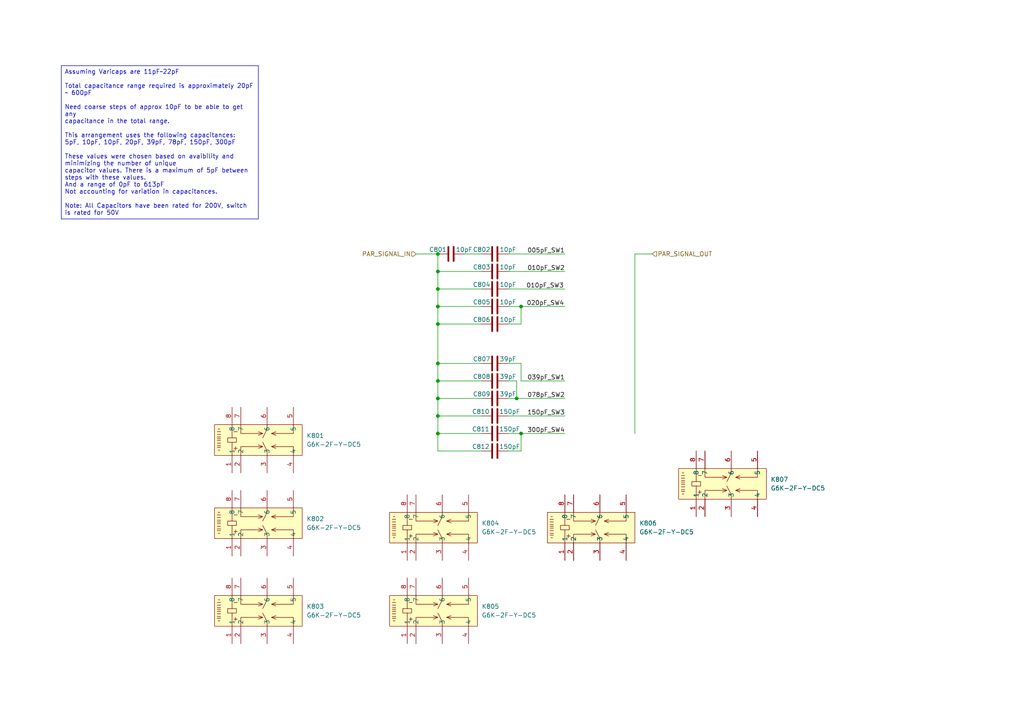
<source format=kicad_sch>
(kicad_sch (version 20250114) (generator "eeschema") (generator_version "9.0")
  (paper "A4")
  (title_block (rev "0") (company "Integrated BioElectronics Laboratory @ NYU Abu Dhabi") (comment 1 "Schematic developed by Hamza Anver"))
  (lib_symbols
    (symbol "Device:C" (pin_numbers (hide yes)) (pin_names (offset 0.254))
      (property "Reference" "C" (at 0.635 2.54 0))
      (property "Value" "C" (at 0.635 -2.54 0))
      (symbol "C_0_1"
        (polyline (pts (xy -2.032 0.762) (xy 2.032 0.762)) (stroke (width 0.508)))
        (polyline (pts (xy -2.032 -0.762) (xy 2.032 -0.762)) (stroke (width 0.508)))
      )
      (symbol "C_1_1"
        (pin passive line (at 0 3.81 270) (length 2.794) (name "~") (number "1"))
        (pin passive line (at 0 -3.81 90) (length 2.794) (name "~") (number "2"))
      )
    )
    (symbol "easyeda2kicad:G6K-2F-Y-DC5"
      (property "Reference" "K" (at 0 15.24 0))
      (property "Value" "G6K-2F-Y-DC5" (at 0 -13.97 0))
      (symbol "G6K-2F-Y-DC5_0_1"
        (rectangle (start -12.7 5.08) (end 12.7 -3.81) (fill (type background)))
        (polyline (pts (xy -11.94 3.05) (xy -10.92 3.05)))
        (polyline (pts (xy -11.94 2.29) (xy -10.92 2.29)))
        (polyline (pts (xy -11.94 1.52) (xy -10.92 1.52)))
        (polyline (pts (xy -11.94 1.02) (xy -10.92 1.02)))
        (polyline (pts (xy -11.94 0.51) (xy -10.92 0.51)))
        (polyline (pts (xy -11.94 -0.25) (xy -10.92 -0.25)))
        (polyline (pts (xy -11.94 -1.02) (xy -10.92 -1.02)))
        (polyline (pts (xy -11.94 -1.52) (xy -10.92 -1.52)))
        (polyline (pts (xy -11.68 3.81) (xy -11.18 3.81)))
        (polyline (pts (xy -11.68 -2.29) (xy -11.18 -2.29)))
        (rectangle (start -8.89 1.27) (end -6.35 0) (fill (type background)))
        (polyline (pts (xy -7.62 5.08) (xy -7.62 1.27)))
        (polyline (pts (xy -7.62 0) (xy -7.62 -3.81)))
        (polyline (pts (xy -7.11 3.05) (xy -6.1 3.05)))
        (polyline (pts (xy -7.11 -1.78) (xy -6.1 -1.78)))
        (polyline (pts (xy -6.6 -2.29) (xy -6.6 -1.27)))
        (polyline (pts (xy -5.08 5.08) (xy -5.08 2.54) (xy 1.27 2.54) (xy 0 3.05)))
        (polyline (pts (xy -5.08 -3.81) (xy -5.08 -1.27) (xy 1.27 -1.27) (xy 0 -0.76)))
        (polyline (pts (xy 1.27 2.54) (xy 0 2.03)))
        (polyline (pts (xy 1.27 1.27) (xy 2.54 3.81) (xy 2.54 5.08)))
        (polyline (pts (xy 1.27 0) (xy 2.54 -2.54) (xy 2.54 -3.81)))
        (polyline (pts (xy 1.27 -1.27) (xy 0 -1.78)))
        (polyline (pts (xy 3.81 2.54) (xy 5.08 3.05)))
        (polyline (pts (xy 3.81 -1.27) (xy 5.08 -0.76)))
        (polyline (pts (xy 10.16 5.08) (xy 10.16 2.54) (xy 3.81 2.54) (xy 5.08 2.03)))
        (polyline (pts (xy 10.16 -3.81) (xy 10.16 -1.27) (xy 3.81 -1.27) (xy 5.08 -1.78)))
        (pin unspecified line (at -7.62 10.16 270) (length 5.08) (name "8") (number "8"))
        (pin unspecified line (at -7.62 -8.89 90) (length 5.08) (name "1") (number "1"))
        (pin unspecified line (at -5.08 10.16 270) (length 5.08) (name "7") (number "7"))
        (pin unspecified line (at -5.08 -8.89 90) (length 5.08) (name "2") (number "2"))
        (pin unspecified line (at 2.54 10.16 270) (length 5.08) (name "6") (number "6"))
        (pin unspecified line (at 2.54 -8.89 90) (length 5.08) (name "3") (number "3"))
        (pin unspecified line (at 10.16 10.16 270) (length 5.08) (name "5") (number "5"))
        (pin unspecified line (at 10.16 -8.89 90) (length 5.08) (name "4") (number "4"))
      )
    )
  )
  (text_box "Assuming Varicaps are 11pF~22pF\n\nTotal capacitance range required is approximately 20pF ~ 600pF\n\nNeed coarse steps of approx 10pF to be able to get any\ncapacitance in the total range.\n\nThis arrangement uses the following capacitances:\n5pF, 10pF, 10pF, 20pF, 39pF, 78pF, 150pF, 300pF\n\nThese values were chosen based on avaibility and minimizing the number of unique\ncapacitor values. There is a maximum of 5pF between steps with these values.\nAnd a range of 0pF to 613pF\nNot accounting for variation in capacitances.\n\nNote: All Capacitors have been rated for 200V, switch is rated for 50V" (at 17.78 19.05 0) (size 57.15 44.45) (margins 0.9525 0.9525 0.9525 0.9525) (effects (font (size 1.27 1.27)) (justify left top)))
  (junction (at 149.86 115.57))
  (junction (at 127 105.41))
  (junction (at 127 83.82))
  (junction (at 127 125.73))
  (junction (at 127 120.65))
  (junction (at 127 78.74))
  (junction (at 127 93.98))
  (junction (at 151.13 125.73))
  (junction (at 127 88.9))
  (junction (at 127 115.57))
  (junction (at 127 73.66))
  (junction (at 127 110.49))
  (junction (at 151.13 88.9))
  (wire (pts (xy 120.65 73.66) (xy 127 73.66)))
  (wire (pts (xy 147.32 115.57) (xy 149.86 115.57)))
  (wire (pts (xy 147.32 88.9) (xy 151.13 88.9)))
  (wire (pts (xy 147.32 130.81) (xy 151.13 130.81)))
  (wire (pts (xy 139.7 110.49) (xy 127 110.49)))
  (wire (pts (xy 127 120.65) (xy 127 115.57)))
  (wire (pts (xy 151.13 130.81) (xy 151.13 125.73)))
  (wire (pts (xy 139.7 120.65) (xy 127 120.65)))
  (wire (pts (xy 151.13 93.98) (xy 151.13 88.9)))
  (wire (pts (xy 127 125.73) (xy 127 120.65)))
  (wire (pts (xy 184.15 73.66) (xy 189.23 73.66)))
  (wire (pts (xy 151.13 105.41) (xy 151.13 110.49)))
  (wire (pts (xy 139.7 88.9) (xy 127 88.9)))
  (wire (pts (xy 139.7 115.57) (xy 127 115.57)))
  (wire (pts (xy 139.7 83.82) (xy 127 83.82)))
  (wire (pts (xy 127 110.49) (xy 127 105.41)))
  (wire (pts (xy 127 105.41) (xy 127 93.98)))
  (wire (pts (xy 147.32 78.74) (xy 163.83 78.74)))
  (wire (pts (xy 147.32 83.82) (xy 163.83 83.82)))
  (wire (pts (xy 149.86 115.57) (xy 163.83 115.57)))
  (wire (pts (xy 139.7 130.81) (xy 127 130.81)))
  (wire (pts (xy 147.32 125.73) (xy 151.13 125.73)))
  (wire (pts (xy 139.7 105.41) (xy 127 105.41)))
  (wire (pts (xy 151.13 110.49) (xy 163.83 110.49)))
  (wire (pts (xy 139.7 125.73) (xy 127 125.73)))
  (wire (pts (xy 134.62 73.66) (xy 139.7 73.66)))
  (wire (pts (xy 147.32 105.41) (xy 151.13 105.41)))
  (wire (pts (xy 127 115.57) (xy 127 110.49)))
  (wire (pts (xy 127 130.81) (xy 127 125.73)))
  (wire (pts (xy 127 93.98) (xy 127 88.9)))
  (wire (pts (xy 184.15 73.66) (xy 184.15 125.73)))
  (wire (pts (xy 163.83 88.9) (xy 151.13 88.9)))
  (wire (pts (xy 127 83.82) (xy 127 78.74)))
  (wire (pts (xy 147.32 120.65) (xy 163.83 120.65)))
  (wire (pts (xy 127 88.9) (xy 127 83.82)))
  (wire (pts (xy 147.32 93.98) (xy 151.13 93.98)))
  (wire (pts (xy 163.83 125.73) (xy 151.13 125.73)))
  (wire (pts (xy 147.32 110.49) (xy 149.86 110.49)))
  (wire (pts (xy 127 78.74) (xy 127 73.66)))
  (wire (pts (xy 139.7 93.98) (xy 127 93.98)))
  (wire (pts (xy 139.7 78.74) (xy 127 78.74)))
  (wire (pts (xy 147.32 73.66) (xy 163.83 73.66)))
  (wire (pts (xy 149.86 110.49) (xy 149.86 115.57)))
  (label "010pF_SW3" (at 163.5385 83.82 180))
  (label "078pF_SW2" (at 163.83 115.57 180))
  (label "039pF_SW1" (at 163.83 110.49 180))
  (label "150pF_SW3" (at 163.83 120.65 180))
  (label "005pF_SW1" (at 163.83 73.66 180))
  (label "010pF_SW2" (at 163.83 78.74 180))
  (label "020pF_SW4" (at 163.6409 88.9 180))
  (label "300pF_SW4" (at 163.83 125.73 180))
  (hierarchical_label "PAR_SIGNAL_IN" (shape input) (at 120.65 73.66 180))
  (hierarchical_label "PAR_SIGNAL_OUT" (shape input) (at 189.23 73.66 0))
  (symbol (lib_id "Device:C") (at 143.51 73.66 90) (unit 1)
    (property "Reference" "C802" (at 139.7 72.39 90))
    (property "Value" "10pF" (at 147.32 72.39 90))
    (property "Footprint" "Capacitor_SMD:C_0603_1608Metric_Pad1.08x0.95mm_HandSolder" (effects (hide yes)))
    (property "Datasheet" "https://www.lcsc.com/product-detail/Multilayer-Ceramic-Capacitors-MLCC-SMD-SMT_FH-Guangdong-Fenghua-Advanced-Tech-0603CG100J201NT_C63673.html" (effects (hide yes)))
    (property "Description" "200V 10pF C0G ±5% 0603 Multilayer Ceramic Capacitors MLCC - SMD/SMT ROHS" (effects (hide yes)))
    (property "LCSC" "C63673" (effects (hide yes)))
    (property "MPN" "0603CG100J201NT" (effects (hide yes)))
  )
  (symbol (lib_id "easyeda2kicad:G6K-2F-Y-DC5") (at 125.73 177.8 0) (unit 1)
    (property "Reference" "K805" (at 139.7 175.8949 0) (effects (justify left)))
    (property "Value" "G6K-2F-Y-DC5" (at 139.7 178.4349 0) (effects (justify left)))
    (property "Footprint" "easyeda2kicad:RELAY-SMD_G6K-2F-X-XX" (effects (hide yes)))
    (property "Datasheet" "https://lcsc.com/product-detail/Relays_OMRON_G6K-2F-Y-DC5_G6K-2F-Y-DC5_C47190.html" (effects (hide yes)))
    (property "LCSC Part" "C47190" (effects (hide yes)))
  )
  (symbol (lib_id "Device:C") (at 143.51 78.74 90) (unit 1)
    (property "Reference" "C803" (at 139.7 77.47 90))
    (property "Value" "10pF" (at 147.32 77.47 90))
    (property "Footprint" "Capacitor_SMD:C_0603_1608Metric_Pad1.08x0.95mm_HandSolder" (effects (hide yes)))
    (property "Datasheet" "https://www.lcsc.com/product-detail/Multilayer-Ceramic-Capacitors-MLCC-SMD-SMT_FH-Guangdong-Fenghua-Advanced-Tech-0603CG100J201NT_C63673.html" (effects (hide yes)))
    (property "Description" "200V 10pF C0G ±5% 0603 Multilayer Ceramic Capacitors MLCC - SMD/SMT ROHS" (effects (hide yes)))
    (property "LCSC" "C63673" (effects (hide yes)))
    (property "MPN" "0603CG100J201NT" (effects (hide yes)))
  )
  (symbol (lib_id "easyeda2kicad:G6K-2F-Y-DC5") (at 209.55 140.97 0) (unit 1)
    (property "Reference" "K807" (at 223.52 139.0649 0) (effects (justify left)))
    (property "Value" "G6K-2F-Y-DC5" (at 223.52 141.6049 0) (effects (justify left)))
    (property "Footprint" "easyeda2kicad:RELAY-SMD_G6K-2F-X-XX" (effects (hide yes)))
    (property "Datasheet" "https://lcsc.com/product-detail/Relays_OMRON_G6K-2F-Y-DC5_G6K-2F-Y-DC5_C47190.html" (effects (hide yes)))
    (property "LCSC Part" "C47190" (effects (hide yes)))
  )
  (symbol (lib_id "easyeda2kicad:G6K-2F-Y-DC5") (at 74.93 152.4 0) (unit 1)
    (property "Reference" "K802" (at 88.9 150.4949 0) (effects (justify left)))
    (property "Value" "G6K-2F-Y-DC5" (at 88.9 153.0349 0) (effects (justify left)))
    (property "Footprint" "easyeda2kicad:RELAY-SMD_G6K-2F-X-XX" (effects (hide yes)))
    (property "Datasheet" "https://lcsc.com/product-detail/Relays_OMRON_G6K-2F-Y-DC5_G6K-2F-Y-DC5_C47190.html" (effects (hide yes)))
    (property "LCSC Part" "C47190" (effects (hide yes)))
  )
  (symbol (lib_id "Device:C") (at 143.51 110.49 90) (unit 1)
    (property "Reference" "C808" (at 139.7 109.22 90))
    (property "Value" "39pF" (at 147.32 109.22 90))
    (property "Footprint" "Capacitor_SMD:C_0603_1608Metric_Pad1.08x0.95mm_HandSolder" (effects (hide yes)))
    (property "Datasheet" "https://www.lcsc.com/product-detail/Multilayer-Ceramic-Capacitors-MLCC-SMD-SMT_FH-Guangdong-Fenghua-Advanced-Tech-0603CG390J201NT_C63687.html" (effects (hide yes)))
    (property "Description" "200V 39pF C0G ±5% 0603 Multilayer Ceramic Capacitors MLCC - SMD/SMT ROHS" (effects (hide yes)))
    (property "LCSC" "C63687" (effects (hide yes)))
    (property "MPN" "0603CG390J201NT" (effects (hide yes)))
  )
  (symbol (lib_id "Device:C") (at 143.51 105.41 90) (unit 1)
    (property "Reference" "C807" (at 139.7 104.14 90))
    (property "Value" "39pF" (at 147.32 104.14 90))
    (property "Footprint" "Capacitor_SMD:C_0603_1608Metric_Pad1.08x0.95mm_HandSolder" (effects (hide yes)))
    (property "Datasheet" "https://www.lcsc.com/product-detail/Multilayer-Ceramic-Capacitors-MLCC-SMD-SMT_FH-Guangdong-Fenghua-Advanced-Tech-0603CG390J201NT_C63687.html" (effects (hide yes)))
    (property "Description" "200V 39pF C0G ±5% 0603 Multilayer Ceramic Capacitors MLCC - SMD/SMT ROHS" (effects (hide yes)))
    (property "LCSC" "C63687" (effects (hide yes)))
    (property "MPN" "0603CG390J201NT" (effects (hide yes)))
  )
  (symbol (lib_id "Device:C") (at 143.51 115.57 90) (unit 1)
    (property "Reference" "C809" (at 139.7 114.3 90))
    (property "Value" "39pF" (at 147.32 114.3 90))
    (property "Footprint" "Capacitor_SMD:C_0603_1608Metric_Pad1.08x0.95mm_HandSolder" (effects (hide yes)))
    (property "Datasheet" "https://www.lcsc.com/product-detail/Multilayer-Ceramic-Capacitors-MLCC-SMD-SMT_FH-Guangdong-Fenghua-Advanced-Tech-0603CG390J201NT_C63687.html" (effects (hide yes)))
    (property "Description" "200V 39pF C0G ±5% 0603 Multilayer Ceramic Capacitors MLCC - SMD/SMT ROHS" (effects (hide yes)))
    (property "LCSC" "C63687" (effects (hide yes)))
    (property "MPN" "0603CG390J201NT" (effects (hide yes)))
  )
  (symbol (lib_id "easyeda2kicad:G6K-2F-Y-DC5") (at 74.93 177.8 0) (unit 1)
    (property "Reference" "K803" (at 88.9 175.8949 0) (effects (justify left)))
    (property "Value" "G6K-2F-Y-DC5" (at 88.9 178.4349 0) (effects (justify left)))
    (property "Footprint" "easyeda2kicad:RELAY-SMD_G6K-2F-X-XX" (effects (hide yes)))
    (property "Datasheet" "https://lcsc.com/product-detail/Relays_OMRON_G6K-2F-Y-DC5_G6K-2F-Y-DC5_C47190.html" (effects (hide yes)))
    (property "LCSC Part" "C47190" (effects (hide yes)))
  )
  (symbol (lib_id "easyeda2kicad:G6K-2F-Y-DC5") (at 74.93 128.27 0) (unit 1)
    (property "Reference" "K801" (at 88.9 126.3649 0) (effects (justify left)))
    (property "Value" "G6K-2F-Y-DC5" (at 88.9 128.9049 0) (effects (justify left)))
    (property "Footprint" "easyeda2kicad:RELAY-SMD_G6K-2F-X-XX" (effects (hide yes)))
    (property "Datasheet" "https://lcsc.com/product-detail/Relays_OMRON_G6K-2F-Y-DC5_G6K-2F-Y-DC5_C47190.html" (effects (hide yes)))
    (property "LCSC Part" "C47190" (effects (hide yes)))
  )
  (symbol (lib_id "Device:C") (at 143.51 88.9 90) (unit 1)
    (property "Reference" "C805" (at 139.7 87.63 90))
    (property "Value" "10pF" (at 147.32 87.63 90))
    (property "Footprint" "Capacitor_SMD:C_0603_1608Metric_Pad1.08x0.95mm_HandSolder" (effects (hide yes)))
    (property "Datasheet" "https://www.lcsc.com/product-detail/Multilayer-Ceramic-Capacitors-MLCC-SMD-SMT_FH-Guangdong-Fenghua-Advanced-Tech-0603CG100J201NT_C63673.html" (effects (hide yes)))
    (property "Description" "200V 10pF C0G ±5% 0603 Multilayer Ceramic Capacitors MLCC - SMD/SMT ROHS" (effects (hide yes)))
    (property "LCSC" "C63673" (effects (hide yes)))
    (property "MPN" "0603CG100J201NT" (effects (hide yes)))
  )
  (symbol (lib_id "Device:C") (at 143.51 120.65 90) (unit 1)
    (property "Reference" "C810" (at 139.446 119.38 90))
    (property "Value" "150pF" (at 147.828 119.38 90))
    (property "Footprint" "Capacitor_SMD:C_0603_1608Metric_Pad1.08x0.95mm_HandSolder" (effects (hide yes)))
    (property "Datasheet" "https://www.lcsc.com/product-detail/Multilayer-Ceramic-Capacitors-MLCC-SMD-SMT_FH-Guangdong-Fenghua-Advanced-Tech-0603CG151J201NT_C63701.html" (effects (hide yes)))
    (property "Description" "200V 150pF C0G ±5% 0603 Multilayer Ceramic Capacitors MLCC - SMD/SMT ROHS" (effects (hide yes)))
    (property "LCSC" "C63701" (effects (hide yes)))
    (property "MPN" "0603CG151J201NT" (effects (hide yes)))
  )
  (symbol (lib_id "Device:C") (at 143.51 125.73 90) (unit 1)
    (property "Reference" "C811" (at 139.446 124.46 90))
    (property "Value" "150pF" (at 147.828 124.46 90))
    (property "Footprint" "Capacitor_SMD:C_0603_1608Metric_Pad1.08x0.95mm_HandSolder" (effects (hide yes)))
    (property "Datasheet" "https://www.lcsc.com/product-detail/Multilayer-Ceramic-Capacitors-MLCC-SMD-SMT_FH-Guangdong-Fenghua-Advanced-Tech-0603CG151J201NT_C63701.html" (effects (hide yes)))
    (property "Description" "200V 150pF C0G ±5% 0603 Multilayer Ceramic Capacitors MLCC - SMD/SMT ROHS" (effects (hide yes)))
    (property "LCSC" "C63701" (effects (hide yes)))
    (property "MPN" "0603CG151J201NT" (effects (hide yes)))
  )
  (symbol (lib_id "Device:C") (at 143.51 130.81 90) (unit 1)
    (property "Reference" "C812" (at 139.446 129.54 90))
    (property "Value" "150pF" (at 147.828 129.54 90))
    (property "Footprint" "Capacitor_SMD:C_0603_1608Metric_Pad1.08x0.95mm_HandSolder" (effects (hide yes)))
    (property "Datasheet" "https://www.lcsc.com/product-detail/Multilayer-Ceramic-Capacitors-MLCC-SMD-SMT_FH-Guangdong-Fenghua-Advanced-Tech-0603CG151J201NT_C63701.html" (effects (hide yes)))
    (property "Description" "200V 150pF C0G ±5% 0603 Multilayer Ceramic Capacitors MLCC - SMD/SMT ROHS" (effects (hide yes)))
    (property "LCSC" "C63701" (effects (hide yes)))
    (property "MPN" "0603CG151J201NT" (effects (hide yes)))
  )
  (symbol (lib_id "Device:C") (at 130.81 73.66 90) (unit 1)
    (property "Reference" "C801" (at 127 72.39 90))
    (property "Value" "10pF" (at 134.62 72.39 90))
    (property "Footprint" "Capacitor_SMD:C_0603_1608Metric_Pad1.08x0.95mm_HandSolder" (effects (hide yes)))
    (property "Datasheet" "https://www.lcsc.com/product-detail/Multilayer-Ceramic-Capacitors-MLCC-SMD-SMT_FH-Guangdong-Fenghua-Advanced-Tech-0603CG100J201NT_C63673.html" (effects (hide yes)))
    (property "Description" "200V 10pF C0G ±5% 0603 Multilayer Ceramic Capacitors MLCC - SMD/SMT ROHS" (effects (hide yes)))
    (property "LCSC" "C63673" (effects (hide yes)))
    (property "MPN" "0603CG100J201NT" (effects (hide yes)))
  )
  (symbol (lib_id "Device:C") (at 143.51 93.98 90) (unit 1)
    (property "Reference" "C806" (at 139.7 92.71 90))
    (property "Value" "10pF" (at 147.32 92.71 90))
    (property "Footprint" "Capacitor_SMD:C_0603_1608Metric_Pad1.08x0.95mm_HandSolder" (effects (hide yes)))
    (property "Datasheet" "https://www.lcsc.com/product-detail/Multilayer-Ceramic-Capacitors-MLCC-SMD-SMT_FH-Guangdong-Fenghua-Advanced-Tech-0603CG100J201NT_C63673.html" (effects (hide yes)))
    (property "Description" "200V 10pF C0G ±5% 0603 Multilayer Ceramic Capacitors MLCC - SMD/SMT ROHS" (effects (hide yes)))
    (property "LCSC" "C63673" (effects (hide yes)))
    (property "MPN" "0603CG100J201NT" (effects (hide yes)))
  )
  (symbol (lib_id "Device:C") (at 143.51 83.82 90) (unit 1)
    (property "Reference" "C804" (at 139.7 82.55 90))
    (property "Value" "10pF" (at 147.32 82.55 90))
    (property "Footprint" "Capacitor_SMD:C_0603_1608Metric_Pad1.08x0.95mm_HandSolder" (effects (hide yes)))
    (property "Datasheet" "https://www.lcsc.com/product-detail/Multilayer-Ceramic-Capacitors-MLCC-SMD-SMT_FH-Guangdong-Fenghua-Advanced-Tech-0603CG100J201NT_C63673.html" (effects (hide yes)))
    (property "Description" "200V 10pF C0G ±5% 0603 Multilayer Ceramic Capacitors MLCC - SMD/SMT ROHS" (effects (hide yes)))
    (property "LCSC" "C63673" (effects (hide yes)))
    (property "MPN" "0603CG100J201NT" (effects (hide yes)))
  )
  (symbol (lib_id "easyeda2kicad:G6K-2F-Y-DC5") (at 125.73 153.67 0) (unit 1)
    (property "Reference" "K804" (at 139.7 151.7649 0) (effects (justify left)))
    (property "Value" "G6K-2F-Y-DC5" (at 139.7 154.3049 0) (effects (justify left)))
    (property "Footprint" "easyeda2kicad:RELAY-SMD_G6K-2F-X-XX" (effects (hide yes)))
    (property "Datasheet" "https://lcsc.com/product-detail/Relays_OMRON_G6K-2F-Y-DC5_G6K-2F-Y-DC5_C47190.html" (effects (hide yes)))
    (property "LCSC Part" "C47190" (effects (hide yes)))
  )
  (symbol (lib_id "easyeda2kicad:G6K-2F-Y-DC5") (at 171.45 153.67 0) (unit 1)
    (property "Reference" "K806" (at 185.42 151.7649 0) (effects (justify left)))
    (property "Value" "G6K-2F-Y-DC5" (at 185.42 154.3049 0) (effects (justify left)))
    (property "Footprint" "easyeda2kicad:RELAY-SMD_G6K-2F-X-XX" (effects (hide yes)))
    (property "Datasheet" "https://lcsc.com/product-detail/Relays_OMRON_G6K-2F-Y-DC5_G6K-2F-Y-DC5_C47190.html" (effects (hide yes)))
    (property "LCSC Part" "C47190" (effects (hide yes)))
  )
)
</source>
